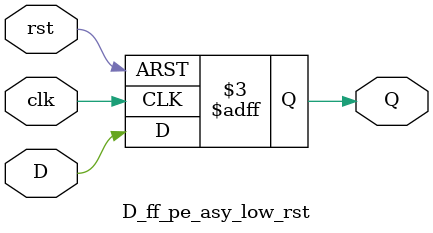
<source format=sv>
module D_ff_pe_asy_low_rst(Q,D,clk,rst);
  input D,clk,rst;
  output reg Q;
  
  always @(posedge clk or negedge rst)
    begin
      if(!rst) Q <= 1'b0;
      else Q <= D;
    end
endmodule

</source>
